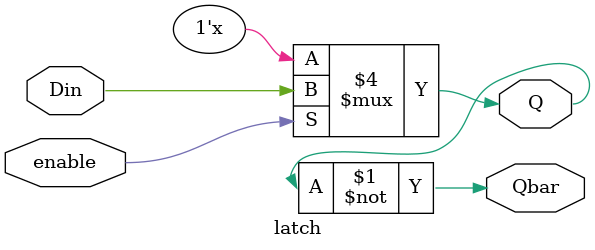
<source format=v>
module latch(Q, Qbar, Din, enable);
    input Din, enable;
    output reg Q;
    output Qbar;

    assign Qbar = ~Q;

    always @(Din or enable)
        begin 
            if (enable) Q = Din;
        end
endmodule
</source>
